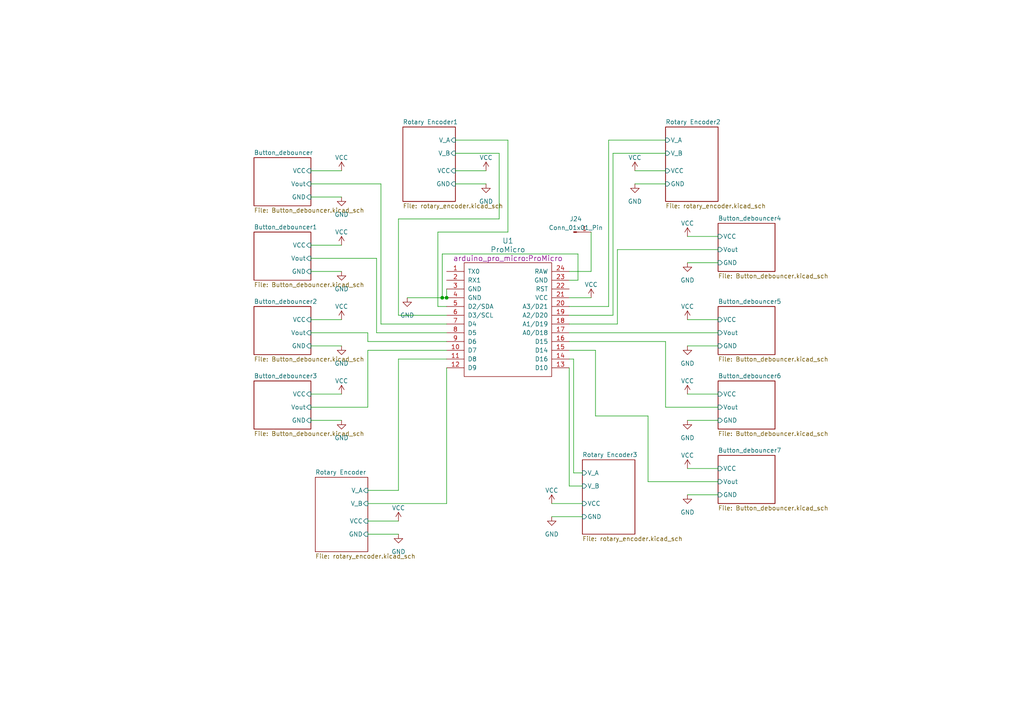
<source format=kicad_sch>
(kicad_sch (version 20230121) (generator eeschema)
  (paper "A4")
  (lib_symbols
    (symbol "Connector:Conn_01x01_Pin" (pin_names (offset 1.016) hide)
      (property "Reference" "J" (at 0 2.54 0))
      (property "Value" "Conn_01x01_Pin" (at 0 -2.54 0))
      (symbol "Conn_01x01_Pin_1_1"
        (polyline (pts (xy 1.27 0) (xy 0.8636 0)) (stroke (width 0.1524)))
        (rectangle (start 0.8636 0.127) (end 0 -0.127) (stroke (width 0.1524)) (fill (type outline)))
        (pin passive line (at 5.08 0 180) (length 3.81) (name "Pin_1") (number "1"))
      )
    )
    (symbol "power:GND" (power) (pin_names (offset 0))
      (property "Value" "GND" (at 0 -3.81 0))
      (symbol "GND_0_1"
        (polyline (pts (xy 0 0) (xy 0 -1.27) (xy 1.27 -1.27) (xy 0 -2.54) (xy -1.27 -1.27) (xy 0 -1.27)))
      )
      (symbol "GND_1_1"
        (pin power_in line (at 0 0 270) (length 0) hide (name "GND") (number "1"))
      )
    )
    (symbol "power:VCC" (power) (pin_names (offset 0))
      (property "Value" "VCC" (at 0 3.81 0))
      (symbol "VCC_0_1"
        (polyline (pts (xy -0.762 1.27) (xy 0 2.54)))
        (polyline (pts (xy 0 0) (xy 0 2.54)))
        (polyline (pts (xy 0 2.54) (xy 0.762 1.27)))
      )
      (symbol "VCC_1_1"
        (pin power_in line (at 0 0 90) (length 0) hide (name "VCC") (number "1"))
      )
    )
    (symbol "promicro_v2:ProMicro_Alt_Names" (pin_names (offset 1.016))
      (property "Reference" "U" (at 0 24.13 0))
      (property "Value" "ProMicro" (at 0 -13.97 0))
      (property "Footprint" "promicro:ProMicro" (at 2.54 -26.67 0))
      (symbol "ProMicro_Alt_Names_0_1"
        (rectangle (start -12.7 21.59) (end 12.7 -11.43))
      )
      (symbol "ProMicro_Alt_Names_1_1"
        (pin bidirectional line (at -17.78 19.05 0) (length 5.08) (name "TX0") (number "1"))
        (pin bidirectional line (at -17.78 -3.81 0) (length 5.08) (name "D7") (number "10"))
        (pin bidirectional line (at -17.78 -6.35 0) (length 5.08) (name "D8") (number "11"))
        (pin bidirectional line (at -17.78 -8.89 0) (length 5.08) (name "D9") (number "12"))
        (pin bidirectional line (at 17.78 -8.89 180) (length 5.08) (name "D10") (number "13"))
        (pin bidirectional line (at 17.78 -6.35 180) (length 5.08) (name "D16") (number "14"))
        (pin bidirectional line (at 17.78 -3.81 180) (length 5.08) (name "D14") (number "15"))
        (pin bidirectional line (at 17.78 -1.27 180) (length 5.08) (name "D15") (number "16"))
        (pin bidirectional line (at 17.78 1.27 180) (length 5.08) (name "A0/D18") (number "17"))
        (pin bidirectional line (at 17.78 3.81 180) (length 5.08) (name "A1/D19") (number "18"))
        (pin bidirectional line (at 17.78 6.35 180) (length 5.08) (name "A2/D20") (number "19"))
        (pin bidirectional line (at -17.78 16.51 0) (length 5.08) (name "RX1") (number "2"))
        (pin bidirectional line (at 17.78 8.89 180) (length 5.08) (name "A3/D21") (number "20"))
        (pin power_in line (at 17.78 11.43 180) (length 5.08) (name "VCC") (number "21"))
        (pin input line (at 17.78 13.97 180) (length 5.08) (name "RST") (number "22"))
        (pin power_in line (at 17.78 16.51 180) (length 5.08) (name "GND") (number "23"))
        (pin power_out line (at 17.78 19.05 180) (length 5.08) (name "RAW") (number "24"))
        (pin power_in line (at -17.78 13.97 0) (length 5.08) (name "GND") (number "3"))
        (pin power_in line (at -17.78 11.43 0) (length 5.08) (name "GND") (number "4"))
        (pin bidirectional line (at -17.78 8.89 0) (length 5.08) (name "D2/SDA") (number "5"))
        (pin bidirectional line (at -17.78 6.35 0) (length 5.08) (name "D3/SCL") (number "6"))
        (pin bidirectional line (at -17.78 3.81 0) (length 5.08) (name "D4") (number "7"))
        (pin bidirectional line (at -17.78 1.27 0) (length 5.08) (name "D5") (number "8"))
        (pin bidirectional line (at -17.78 -1.27 0) (length 5.08) (name "D6") (number "9"))
      )
    )
  )
  (junction (at 129.54 86.36))
  (junction (at 128.27 86.36))
  (wire (pts (xy 90.17 78.74) (xy 99.06 78.74)))
  (wire (pts (xy 147.32 40.64) (xy 147.32 67.31)))
  (wire (pts (xy 129.54 91.44) (xy 115.57 91.44)))
  (wire (pts (xy 90.17 49.53) (xy 99.06 49.53)))
  (wire (pts (xy 90.17 92.71) (xy 99.06 92.71)))
  (wire (pts (xy 109.22 74.93) (xy 109.22 96.52)))
  (wire (pts (xy 127 67.31) (xy 127 88.9)))
  (wire (pts (xy 115.57 142.24) (xy 115.57 104.14)))
  (wire (pts (xy 106.68 99.06) (xy 129.54 99.06)))
  (wire (pts (xy 208.28 121.92) (xy 199.39 121.92)))
  (wire (pts (xy 165.1 106.68) (xy 165.1 140.97)))
  (wire (pts (xy 167.64 81.28) (xy 167.64 73.66)))
  (wire (pts (xy 109.22 96.52) (xy 129.54 96.52)))
  (wire (pts (xy 193.04 99.06) (xy 193.04 118.11)))
  (wire (pts (xy 115.57 104.14) (xy 129.54 104.14)))
  (wire (pts (xy 208.28 100.33) (xy 199.39 100.33)))
  (wire (pts (xy 129.54 106.68) (xy 129.54 146.05)))
  (wire (pts (xy 176.53 88.9) (xy 165.1 88.9)))
  (wire (pts (xy 90.17 114.3) (xy 99.06 114.3)))
  (wire (pts (xy 144.78 44.45) (xy 132.08 44.45)))
  (wire (pts (xy 90.17 74.93) (xy 109.22 74.93)))
  (wire (pts (xy 106.68 142.24) (xy 115.57 142.24)))
  (wire (pts (xy 165.1 99.06) (xy 193.04 99.06)))
  (wire (pts (xy 90.17 121.92) (xy 99.06 121.92)))
  (wire (pts (xy 165.1 101.6) (xy 172.72 101.6)))
  (wire (pts (xy 106.68 118.11) (xy 106.68 101.6)))
  (wire (pts (xy 177.8 91.44) (xy 177.8 44.45)))
  (wire (pts (xy 193.04 53.34) (xy 184.15 53.34)))
  (wire (pts (xy 106.68 96.52) (xy 106.68 99.06)))
  (wire (pts (xy 90.17 118.11) (xy 106.68 118.11)))
  (wire (pts (xy 193.04 40.64) (xy 176.53 40.64)))
  (wire (pts (xy 208.28 114.3) (xy 199.39 114.3)))
  (wire (pts (xy 177.8 44.45) (xy 193.04 44.45)))
  (wire (pts (xy 168.91 146.05) (xy 160.02 146.05)))
  (wire (pts (xy 208.28 143.51) (xy 199.39 143.51)))
  (wire (pts (xy 172.72 101.6) (xy 172.72 120.65)))
  (wire (pts (xy 208.28 139.7) (xy 187.96 139.7)))
  (wire (pts (xy 115.57 91.44) (xy 115.57 63.5)))
  (wire (pts (xy 171.45 78.74) (xy 171.45 67.31)))
  (wire (pts (xy 177.8 91.44) (xy 165.1 91.44)))
  (wire (pts (xy 90.17 96.52) (xy 106.68 96.52)))
  (wire (pts (xy 106.68 151.13) (xy 115.57 151.13)))
  (wire (pts (xy 128.27 73.66) (xy 128.27 86.36)))
  (wire (pts (xy 147.32 67.31) (xy 127 67.31)))
  (wire (pts (xy 168.91 149.86) (xy 160.02 149.86)))
  (wire (pts (xy 118.11 86.36) (xy 128.27 86.36)))
  (wire (pts (xy 208.28 76.2) (xy 199.39 76.2)))
  (wire (pts (xy 165.1 140.97) (xy 168.91 140.97)))
  (wire (pts (xy 132.08 40.64) (xy 147.32 40.64)))
  (wire (pts (xy 90.17 100.33) (xy 99.06 100.33)))
  (wire (pts (xy 165.1 81.28) (xy 167.64 81.28)))
  (wire (pts (xy 165.1 96.52) (xy 208.28 96.52)))
  (wire (pts (xy 132.08 53.34) (xy 140.97 53.34)))
  (wire (pts (xy 179.07 72.39) (xy 179.07 93.98)))
  (wire (pts (xy 144.78 63.5) (xy 144.78 44.45)))
  (wire (pts (xy 132.08 49.53) (xy 140.97 49.53)))
  (wire (pts (xy 167.64 73.66) (xy 128.27 73.66)))
  (wire (pts (xy 208.28 68.58) (xy 199.39 68.58)))
  (wire (pts (xy 129.54 146.05) (xy 106.68 146.05)))
  (wire (pts (xy 168.91 137.16) (xy 166.37 137.16)))
  (wire (pts (xy 208.28 92.71) (xy 199.39 92.71)))
  (wire (pts (xy 110.49 93.98) (xy 129.54 93.98)))
  (wire (pts (xy 90.17 57.15) (xy 99.06 57.15)))
  (wire (pts (xy 176.53 40.64) (xy 176.53 88.9)))
  (wire (pts (xy 129.54 83.82) (xy 129.54 86.36)))
  (wire (pts (xy 127 88.9) (xy 129.54 88.9)))
  (wire (pts (xy 106.68 154.94) (xy 115.57 154.94)))
  (wire (pts (xy 208.28 72.39) (xy 179.07 72.39)))
  (wire (pts (xy 90.17 53.34) (xy 110.49 53.34)))
  (wire (pts (xy 166.37 104.14) (xy 165.1 104.14)))
  (wire (pts (xy 208.28 135.89) (xy 199.39 135.89)))
  (wire (pts (xy 166.37 137.16) (xy 166.37 104.14)))
  (wire (pts (xy 187.96 139.7) (xy 187.96 120.65)))
  (wire (pts (xy 110.49 53.34) (xy 110.49 93.98)))
  (wire (pts (xy 115.57 63.5) (xy 144.78 63.5)))
  (wire (pts (xy 193.04 49.53) (xy 184.15 49.53)))
  (wire (pts (xy 128.27 86.36) (xy 129.54 86.36)))
  (wire (pts (xy 165.1 86.36) (xy 171.45 86.36)))
  (wire (pts (xy 187.96 120.65) (xy 172.72 120.65)))
  (wire (pts (xy 90.17 71.12) (xy 99.06 71.12)))
  (wire (pts (xy 165.1 78.74) (xy 171.45 78.74)))
  (wire (pts (xy 106.68 101.6) (xy 129.54 101.6)))
  (wire (pts (xy 179.07 93.98) (xy 165.1 93.98)))
  (wire (pts (xy 193.04 118.11) (xy 208.28 118.11)))
  (symbol (lib_id "power:GND") (at 199.39 143.51 0) (mirror y) (unit 1)
    (property "Reference" "#PWR026" (effects hide))
    (property "Value" "GND" (at 199.39 148.59 0))
  )
  (symbol (lib_id "power:VCC") (at 184.15 49.53 0) (mirror y) (unit 1)
    (property "Reference" "#PWR045" (effects hide))
    (property "Value" "VCC" (at 184.15 45.72 0))
  )
  (symbol (lib_id "power:GND") (at 199.39 76.2 0) (mirror y) (unit 1)
    (property "Reference" "#PWR020" (effects hide))
    (property "Value" "GND" (at 199.39 81.28 0))
  )
  (symbol (lib_id "power:GND") (at 99.06 57.15 0) (unit 1)
    (property "Reference" "#PWR04" (effects hide))
    (property "Value" "GND" (at 99.06 62.23 0))
  )
  (symbol (lib_id "power:GND") (at 160.02 149.86 0) (mirror y) (unit 1)
    (property "Reference" "#PWR051" (effects hide))
    (property "Value" "GND" (at 160.02 154.94 0))
  )
  (symbol (lib_id "power:GND") (at 99.06 121.92 0) (unit 1)
    (property "Reference" "#PWR014" (effects hide))
    (property "Value" "GND" (at 99.06 127 0))
  )
  (symbol (lib_id "power:VCC") (at 199.39 68.58 0) (mirror y) (unit 1)
    (property "Reference" "#PWR019" (effects hide))
    (property "Value" "VCC" (at 199.39 64.77 0))
  )
  (symbol (lib_id "power:VCC") (at 199.39 114.3 0) (mirror y) (unit 1)
    (property "Reference" "#PWR023" (effects hide))
    (property "Value" "VCC" (at 199.39 110.49 0))
  )
  (symbol (lib_id "power:VCC") (at 99.06 92.71 0) (unit 1)
    (property "Reference" "#PWR09" (effects hide))
    (property "Value" "VCC" (at 99.06 88.9 0))
  )
  (symbol (lib_id "power:GND") (at 199.39 100.33 0) (mirror y) (unit 1)
    (property "Reference" "#PWR022" (effects hide))
    (property "Value" "GND" (at 199.39 105.41 0))
  )
  (symbol (lib_id "power:GND") (at 199.39 121.92 0) (mirror y) (unit 1)
    (property "Reference" "#PWR024" (effects hide))
    (property "Value" "GND" (at 199.39 127 0))
  )
  (symbol (lib_id "power:GND") (at 140.97 53.34 0) (unit 1)
    (property "Reference" "#PWR041" (effects hide))
    (property "Value" "GND" (at 140.97 58.42 0))
  )
  (symbol (lib_id "power:VCC") (at 140.97 49.53 0) (unit 1)
    (property "Reference" "#PWR040" (effects hide))
    (property "Value" "VCC" (at 140.97 45.72 0))
  )
  (symbol (lib_id "power:VCC") (at 99.06 114.3 0) (unit 1)
    (property "Reference" "#PWR013" (effects hide))
    (property "Value" "VCC" (at 99.06 110.49 0))
  )
  (symbol (lib_id "power:VCC") (at 199.39 92.71 0) (mirror y) (unit 1)
    (property "Reference" "#PWR021" (effects hide))
    (property "Value" "VCC" (at 199.39 88.9 0))
  )
  (symbol (lib_id "power:VCC") (at 171.45 86.36 0) (unit 1)
    (property "Reference" "#PWR01" (effects hide))
    (property "Value" "VCC" (at 171.45 82.55 0))
  )
  (symbol (lib_id "promicro_v2:ProMicro_Alt_Names") (at 147.32 97.79 0) (unit 1)
    (property "Reference" "U1" (at 147.32 69.85 0) (effects (font (size 1.524 1.524))))
    (property "Value" "ProMicro" (at 147.32 72.39 0) (effects (font (size 1.524 1.524))))
    (property "Footprint" "arduino_pro_micro:ProMicro" (at 147.32 74.93 0) (effects (font (size 1.524 1.524))))
  )
  (symbol (lib_id "power:GND") (at 118.11 86.36 0) (unit 1)
    (property "Reference" "#PWR03" (effects hide))
    (property "Value" "GND" (at 118.11 91.44 0))
  )
  (symbol (lib_id "power:GND") (at 115.57 154.94 0) (unit 1)
    (property "Reference" "#PWR038" (effects hide))
    (property "Value" "GND" (at 115.57 160.02 0))
  )
  (symbol (lib_id "Connector:Conn_01x01_Pin") (at 166.37 67.31 0) (unit 1)
    (property "Reference" "J24" (at 167.005 63.5 0))
    (property "Value" "Conn_01x01_Pin" (at 167.005 66.04 0))
    (property "Footprint" "Connector_PinHeader_2.54mm:PinHeader_1x01_P2.54mm_Vertical" (effects hide))
  )
  (symbol (lib_id "power:VCC") (at 115.57 151.13 0) (unit 1)
    (property "Reference" "#PWR039" (effects hide))
    (property "Value" "VCC" (at 115.57 147.32 0))
  )
  (symbol (lib_id "power:GND") (at 99.06 78.74 0) (unit 1)
    (property "Reference" "#PWR06" (effects hide))
    (property "Value" "GND" (at 99.06 83.82 0))
  )
  (symbol (lib_id "power:VCC") (at 199.39 135.89 0) (mirror y) (unit 1)
    (property "Reference" "#PWR025" (effects hide))
    (property "Value" "VCC" (at 199.39 132.08 0))
  )
  (symbol (lib_id "power:VCC") (at 160.02 146.05 0) (mirror y) (unit 1)
    (property "Reference" "#PWR050" (effects hide))
    (property "Value" "VCC" (at 160.02 142.24 0))
  )
  (symbol (lib_id "power:VCC") (at 99.06 49.53 0) (unit 1)
    (property "Reference" "#PWR02" (effects hide))
    (property "Value" "VCC" (at 99.06 45.72 0))
  )
  (symbol (lib_id "power:VCC") (at 99.06 71.12 0) (unit 1)
    (property "Reference" "#PWR05" (effects hide))
    (property "Value" "VCC" (at 99.06 67.31 0))
  )
  (symbol (lib_id "power:GND") (at 184.15 53.34 0) (mirror y) (unit 1)
    (property "Reference" "#PWR046" (effects hide))
    (property "Value" "GND" (at 184.15 58.42 0))
  )
  (symbol (lib_id "power:GND") (at 99.06 100.33 0) (unit 1)
    (property "Reference" "#PWR010" (effects hide))
    (property "Value" "GND" (at 99.06 105.41 0))
  )
  (sheet (at 208.28 132.08) (size 16.51 13.97) (stroke (width 0.1524))
    (property "Sheetname" "Button_debouncer7" (at 208.28 131.3684 0) (effects (justify left bottom)))
    (property "Sheetfile" "Button_debouncer.kicad_sch" (at 208.28 146.6346 0) (effects (justify left top)))
    (pin "Vout" input (at 208.28 139.7 180))
    (pin "GND" input (at 208.28 143.51 180))
    (pin "VCC" input (at 208.28 135.89 180))
  )
  (sheet (at 73.66 67.31) (size 16.51 13.97) (stroke (width 0.1524))
    (property "Sheetname" "Button_debouncer1" (at 73.66 66.5984 0) (effects (justify left bottom)))
    (property "Sheetfile" "Button_debouncer.kicad_sch" (at 73.66 81.8646 0) (effects (justify left top)))
    (pin "Vout" input (at 90.17 74.93 0))
    (pin "GND" input (at 90.17 78.74 0))
    (pin "VCC" input (at 90.17 71.12 0))
  )
  (sheet (at 73.66 110.49) (size 16.51 13.97) (stroke (width 0.1524))
    (property "Sheetname" "Button_debouncer3" (at 73.66 109.7784 0) (effects (justify left bottom)))
    (property "Sheetfile" "Button_debouncer.kicad_sch" (at 73.66 125.0446 0) (effects (justify left top)))
    (pin "Vout" input (at 90.17 118.11 0))
    (pin "GND" input (at 90.17 121.92 0))
    (pin "VCC" input (at 90.17 114.3 0))
  )
  (sheet (at 116.84 36.83) (size 15.24 21.59) (stroke (width 0.1524))
    (property "Sheetname" "Rotary Encoder1" (at 116.84 36.1184 0) (effects (justify left bottom)))
    (property "Sheetfile" "rotary_encoder.kicad_sch" (at 116.84 59.0046 0) (effects (justify left top)))
    (pin "VCC" input (at 132.08 49.53 0))
    (pin "GND" input (at 132.08 53.34 0))
    (pin "V_A" input (at 132.08 40.64 0))
    (pin "V_B" input (at 132.08 44.45 0))
  )
  (sheet (at 73.66 45.72) (size 16.51 13.97) (stroke (width 0.1524))
    (property "Sheetname" "Button_debouncer" (at 73.66 45.0084 0) (effects (justify left bottom)))
    (property "Sheetfile" "Button_debouncer.kicad_sch" (at 73.66 60.2746 0) (effects (justify left top)))
    (pin "Vout" input (at 90.17 53.34 0))
    (pin "GND" input (at 90.17 57.15 0))
    (pin "VCC" input (at 90.17 49.53 0))
  )
  (sheet (at 208.28 110.49) (size 16.51 13.97) (stroke (width 0.1524))
    (property "Sheetname" "Button_debouncer6" (at 208.28 109.7784 0) (effects (justify left bottom)))
    (property "Sheetfile" "Button_debouncer.kicad_sch" (at 208.28 125.0446 0) (effects (justify left top)))
    (pin "Vout" input (at 208.28 118.11 180))
    (pin "GND" input (at 208.28 121.92 180))
    (pin "VCC" input (at 208.28 114.3 180))
  )
  (sheet (at 73.66 88.9) (size 16.51 13.97) (stroke (width 0.1524))
    (property "Sheetname" "Button_debouncer2" (at 73.66 88.1884 0) (effects (justify left bottom)))
    (property "Sheetfile" "Button_debouncer.kicad_sch" (at 73.66 103.4546 0) (effects (justify left top)))
    (pin "Vout" input (at 90.17 96.52 0))
    (pin "GND" input (at 90.17 100.33 0))
    (pin "VCC" input (at 90.17 92.71 0))
  )
  (sheet (at 91.44 138.43) (size 15.24 21.59) (stroke (width 0.1524))
    (property "Sheetname" "Rotary Encoder" (at 91.44 137.7184 0) (effects (justify left bottom)))
    (property "Sheetfile" "rotary_encoder.kicad_sch" (at 91.44 160.6046 0) (effects (justify left top)))
    (pin "VCC" input (at 106.68 151.13 0))
    (pin "GND" input (at 106.68 154.94 0))
    (pin "V_A" input (at 106.68 142.24 0))
    (pin "V_B" input (at 106.68 146.05 0))
  )
  (sheet (at 193.04 36.83) (size 15.24 21.59) (stroke (width 0.1524))
    (property "Sheetname" "Rotary Encoder2" (at 193.04 36.1184 0) (effects (justify left bottom)))
    (property "Sheetfile" "rotary_encoder.kicad_sch" (at 193.04 59.0046 0) (effects (justify left top)))
    (pin "VCC" input (at 193.04 49.53 180))
    (pin "GND" input (at 193.04 53.34 180))
    (pin "V_A" input (at 193.04 40.64 180))
    (pin "V_B" input (at 193.04 44.45 180))
  )
  (sheet (at 168.91 133.35) (size 15.24 21.59) (stroke (width 0.1524))
    (property "Sheetname" "Rotary Encoder3" (at 168.91 132.6384 0) (effects (justify left bottom)))
    (property "Sheetfile" "rotary_encoder.kicad_sch" (at 168.91 155.5246 0) (effects (justify left top)))
    (pin "VCC" input (at 168.91 146.05 180))
    (pin "GND" input (at 168.91 149.86 180))
    (pin "V_A" input (at 168.91 137.16 180))
    (pin "V_B" input (at 168.91 140.97 180))
  )
  (sheet (at 208.28 88.9) (size 16.51 13.97) (stroke (width 0.1524))
    (property "Sheetname" "Button_debouncer5" (at 208.28 88.1884 0) (effects (justify left bottom)))
    (property "Sheetfile" "Button_debouncer.kicad_sch" (at 208.28 103.4546 0) (effects (justify left top)))
    (pin "Vout" input (at 208.28 96.52 180))
    (pin "GND" input (at 208.28 100.33 180))
    (pin "VCC" input (at 208.28 92.71 180))
  )
  (sheet (at 208.28 64.77) (size 16.51 13.97) (stroke (width 0.1524))
    (property "Sheetname" "Button_debouncer4" (at 208.28 64.0584 0) (effects (justify left bottom)))
    (property "Sheetfile" "Button_debouncer.kicad_sch" (at 208.28 79.3246 0) (effects (justify left top)))
    (pin "Vout" input (at 208.28 72.39 180))
    (pin "GND" input (at 208.28 76.2 180))
    (pin "VCC" input (at 208.28 68.58 180))
  )
)
</source>
